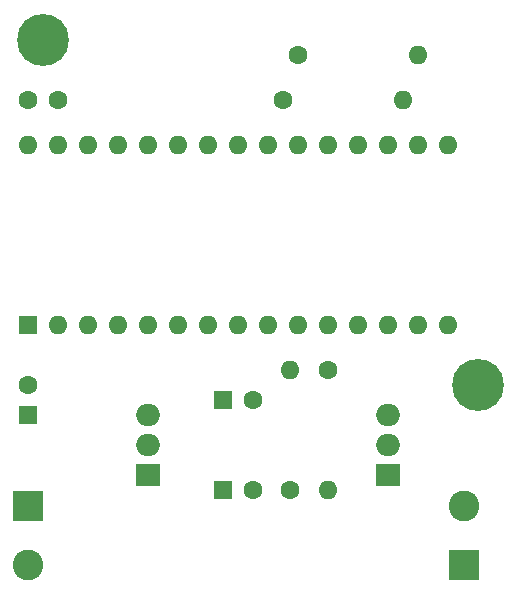
<source format=gbr>
%TF.GenerationSoftware,KiCad,Pcbnew,(7.0.0)*%
%TF.CreationDate,2023-10-09T21:37:50-04:00*%
%TF.ProjectId,CPS V2,43505320-5632-42e6-9b69-6361645f7063,rev?*%
%TF.SameCoordinates,Original*%
%TF.FileFunction,Soldermask,Bot*%
%TF.FilePolarity,Negative*%
%FSLAX46Y46*%
G04 Gerber Fmt 4.6, Leading zero omitted, Abs format (unit mm)*
G04 Created by KiCad (PCBNEW (7.0.0)) date 2023-10-09 21:37:50*
%MOMM*%
%LPD*%
G01*
G04 APERTURE LIST*
%ADD10C,1.600000*%
%ADD11O,1.600000X1.600000*%
%ADD12C,4.400000*%
%ADD13R,1.600000X1.600000*%
%ADD14R,2.000000X1.905000*%
%ADD15O,2.000000X1.905000*%
%ADD16R,2.600000X2.600000*%
%ADD17C,2.600000*%
G04 APERTURE END LIST*
D10*
%TO.C,R4*%
X151130000Y-69850000D03*
D11*
X161289999Y-69849999D03*
%TD*%
D10*
%TO.C,R2*%
X151765000Y-102870000D03*
D11*
X151764999Y-92709999D03*
%TD*%
D12*
%TO.C,H2*%
X167640000Y-93980000D03*
%TD*%
D10*
%TO.C,C1*%
X129580000Y-69850000D03*
X132080000Y-69850000D03*
%TD*%
D13*
%TO.C,C2*%
X129539999Y-96479999D03*
D10*
X129540000Y-93980000D03*
%TD*%
D14*
%TO.C,U1*%
X139699999Y-101599999D03*
D15*
X139699999Y-99059999D03*
X139699999Y-96519999D03*
%TD*%
D13*
%TO.C,A1*%
X129539999Y-88899999D03*
D11*
X132079999Y-88899999D03*
X134619999Y-88899999D03*
X137159999Y-88899999D03*
X139699999Y-88899999D03*
X142239999Y-88899999D03*
X144779999Y-88899999D03*
X147319999Y-88899999D03*
X149859999Y-88899999D03*
X152399999Y-88899999D03*
X154939999Y-88899999D03*
X157479999Y-88899999D03*
X160019999Y-88899999D03*
X162559999Y-88899999D03*
X165099999Y-88899999D03*
X165099999Y-73659999D03*
X162559999Y-73659999D03*
X160019999Y-73659999D03*
X157479999Y-73659999D03*
X154939999Y-73659999D03*
X152399999Y-73659999D03*
X149859999Y-73659999D03*
X147319999Y-73659999D03*
X144779999Y-73659999D03*
X142239999Y-73659999D03*
X139699999Y-73659999D03*
X137159999Y-73659999D03*
X134619999Y-73659999D03*
X132079999Y-73659999D03*
X129539999Y-73659999D03*
%TD*%
D13*
%TO.C,C3*%
X146089999Y-102869999D03*
D10*
X148590000Y-102870000D03*
%TD*%
D16*
%TO.C,J2*%
X166524999Y-109219999D03*
D17*
X166525000Y-104220000D03*
%TD*%
D10*
%TO.C,R1*%
X154940000Y-92710000D03*
D11*
X154939999Y-102869999D03*
%TD*%
D16*
%TO.C,J1*%
X129539999Y-104259999D03*
D17*
X129540000Y-109260000D03*
%TD*%
D13*
%TO.C,C4*%
X146089999Y-95249999D03*
D10*
X148590000Y-95250000D03*
%TD*%
%TO.C,R3*%
X152400000Y-66040000D03*
D11*
X162559999Y-66039999D03*
%TD*%
D12*
%TO.C,H1*%
X130810000Y-64770000D03*
%TD*%
D14*
%TO.C,Q1*%
X160019999Y-101599999D03*
D15*
X160019999Y-99059999D03*
X160019999Y-96519999D03*
%TD*%
M02*

</source>
